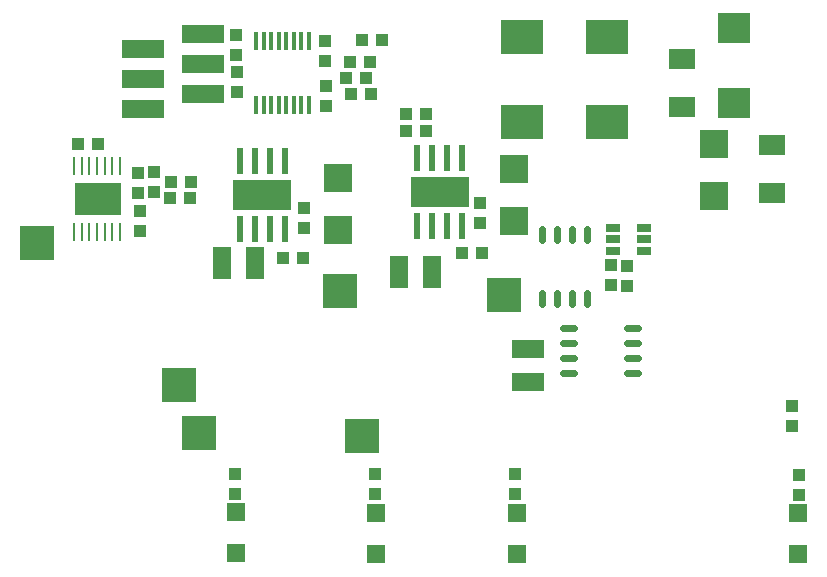
<source format=gtp>
From 03d1a781f719c914973957790e3052e5f9ed4d2f Mon Sep 17 00:00:00 2001
From: Nicolas Schodet
Date: Sun, 25 Mar 2012 21:40:47 +0200
Subject: digital/io-hub, analog/supply: batchpcb order

---
 .../pcb/orders/batchpcb_2012-03-22/supply.GTP      | 229 +++++++++++++++++++++
 1 file changed, 229 insertions(+)
 create mode 100644 analog/supply/pcb/orders/batchpcb_2012-03-22/supply.GTP

(limited to 'analog/supply/pcb/orders/batchpcb_2012-03-22/supply.GTP')

diff --git a/analog/supply/pcb/orders/batchpcb_2012-03-22/supply.GTP b/analog/supply/pcb/orders/batchpcb_2012-03-22/supply.GTP
new file mode 100644
index 00000000..dc55e305
--- /dev/null
+++ b/analog/supply/pcb/orders/batchpcb_2012-03-22/supply.GTP
@@ -0,0 +1,229 @@
+G75*
+G70*
+%OFA0B0*%
+%FSLAX24Y24*%
+%IPPOS*%
+%LPD*%
+%AMOC8*
+5,1,8,0,0,1.08239X$1,22.5*
+%
+%ADD10R,0.0197X0.0866*%
+%ADD11R,0.1969X0.0984*%
+%ADD12R,0.0630X0.1063*%
+%ADD13R,0.0394X0.0433*%
+%ADD14R,0.1181X0.1181*%
+%ADD15R,0.0945X0.0945*%
+%ADD16R,0.0098X0.0610*%
+%ADD17R,0.1575X0.1102*%
+%ADD18R,0.0433X0.0394*%
+%ADD19R,0.1417X0.1181*%
+%ADD20R,0.1063X0.1004*%
+%ADD21R,0.0500X0.0250*%
+%ADD22R,0.1063X0.0630*%
+%ADD23R,0.0150X0.0600*%
+%ADD24R,0.1409X0.0591*%
+%ADD25R,0.0850X0.0701*%
+%ADD26R,0.0591X0.0591*%
+%ADD27C,0.0236*%
+D10*
+X008221Y013618D03*
+X008721Y013618D03*
+X009221Y013618D03*
+X009721Y013618D03*
+X009721Y015882D03*
+X009221Y015882D03*
+X008721Y015882D03*
+X008221Y015882D03*
+X014130Y015982D03*
+X014630Y015982D03*
+X015130Y015982D03*
+X015630Y015982D03*
+X015630Y013718D03*
+X015130Y013718D03*
+X014630Y013718D03*
+X014130Y013718D03*
+D11*
+X014886Y014848D03*
+X008977Y014748D03*
+D12*
+X008728Y012471D03*
+X007626Y012471D03*
+X013513Y012180D03*
+X014616Y012180D03*
+D13*
+X016228Y013813D03*
+X016228Y014482D03*
+X014439Y016902D03*
+X014439Y017453D03*
+X013769Y017453D03*
+X013769Y016902D03*
+X012590Y018121D03*
+X011921Y018121D03*
+X011775Y018658D03*
+X012444Y018658D03*
+X012295Y019918D03*
+X012964Y019918D03*
+X006598Y015181D03*
+X005928Y015181D03*
+X005374Y015512D03*
+X005374Y014843D03*
+X005902Y014649D03*
+X006571Y014649D03*
+X004885Y014217D03*
+X004885Y013547D03*
+X003492Y016456D03*
+X002823Y016456D03*
+X010359Y014331D03*
+X010359Y013662D03*
+D14*
+X011578Y011554D03*
+X006201Y008432D03*
+X006854Y006829D03*
+X012293Y006705D03*
+X017017Y011429D03*
+X001476Y013157D03*
+D15*
+X011512Y013601D03*
+X011512Y015333D03*
+X017372Y015606D03*
+X017372Y013873D03*
+X024032Y014735D03*
+X024032Y016467D03*
+D16*
+X004228Y015713D03*
+X003972Y015713D03*
+X003717Y015713D03*
+X003461Y015713D03*
+X003205Y015713D03*
+X002949Y015713D03*
+X002693Y015713D03*
+X002693Y013508D03*
+X002949Y013508D03*
+X003205Y013508D03*
+X003461Y013508D03*
+X003717Y013508D03*
+X003972Y013508D03*
+X004228Y013508D03*
+D17*
+X003480Y014610D03*
+D18*
+X004842Y014830D03*
+X004842Y015499D03*
+X008126Y018186D03*
+X008126Y018855D03*
+X008086Y019406D03*
+X008086Y020075D03*
+X011075Y019901D03*
+X011075Y019232D03*
+X011889Y019197D03*
+X012559Y019197D03*
+X011086Y018390D03*
+X011086Y017721D03*
+X015620Y012810D03*
+X016289Y012810D03*
+X020579Y012409D03*
+X021141Y012403D03*
+X021141Y011733D03*
+X020579Y011740D03*
+X026624Y007710D03*
+X026624Y007041D03*
+X026846Y005434D03*
+X026846Y004764D03*
+X017396Y004784D03*
+X017396Y005454D03*
+X012728Y005463D03*
+X012728Y004793D03*
+X008065Y004799D03*
+X008065Y005468D03*
+X009669Y012656D03*
+X010338Y012656D03*
+D19*
+X017629Y017174D03*
+X020463Y017174D03*
+X020463Y020009D03*
+X017629Y020009D03*
+D20*
+X024691Y020312D03*
+X024691Y017812D03*
+D21*
+X021693Y013651D03*
+X021693Y013277D03*
+X021693Y012903D03*
+X020662Y012903D03*
+X020662Y013277D03*
+X020662Y013651D03*
+D22*
+X017823Y009632D03*
+X017823Y008530D03*
+D23*
+X010520Y017764D03*
+X010270Y017764D03*
+X010020Y017764D03*
+X009770Y017764D03*
+X009520Y017764D03*
+X009270Y017764D03*
+X009020Y017764D03*
+X008770Y017764D03*
+X008770Y019882D03*
+X009020Y019882D03*
+X009270Y019882D03*
+X009520Y019882D03*
+X009770Y019882D03*
+X010020Y019882D03*
+X010270Y019882D03*
+X010520Y019882D03*
+D24*
+X007010Y020113D03*
+X007010Y019113D03*
+X007010Y018113D03*
+X005010Y017613D03*
+X005010Y018613D03*
+X005010Y019613D03*
+D25*
+X022973Y019279D03*
+X022973Y017677D03*
+X025973Y016419D03*
+X025973Y014816D03*
+D26*
+X008093Y002812D03*
+X008093Y004190D03*
+X012756Y004158D03*
+X012756Y002780D03*
+X017454Y002791D03*
+X017454Y004169D03*
+X026844Y004153D03*
+X026844Y002775D03*
+D27*
+X021496Y008825D02*
+X021122Y008825D01*
+X021122Y009325D02*
+X021496Y009325D01*
+X021496Y009825D02*
+X021122Y009825D01*
+X021122Y010325D02*
+X021496Y010325D01*
+X019802Y011130D02*
+X019802Y011504D01*
+X019302Y011504D02*
+X019302Y011130D01*
+X018802Y011130D02*
+X018802Y011504D01*
+X018302Y011504D02*
+X018302Y011130D01*
+X018996Y010325D02*
+X019370Y010325D01*
+X019370Y009825D02*
+X018996Y009825D01*
+X018996Y009325D02*
+X019370Y009325D01*
+X019370Y008825D02*
+X018996Y008825D01*
+X018802Y013256D02*
+X018802Y013630D01*
+X018302Y013630D02*
+X018302Y013256D01*
+X019302Y013256D02*
+X019302Y013630D01*
+X019802Y013630D02*
+X019802Y013256D01*
+M02*
-- 
cgit v1.2.3


</source>
